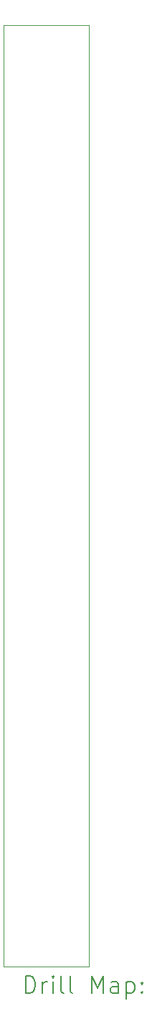
<source format=gbr>
%TF.GenerationSoftware,KiCad,Pcbnew,8.0.2-1*%
%TF.CreationDate,2024-06-17T10:06:54+02:00*%
%TF.ProjectId,passive-mult,70617373-6976-4652-9d6d-756c742e6b69,rev?*%
%TF.SameCoordinates,Original*%
%TF.FileFunction,Drillmap*%
%TF.FilePolarity,Positive*%
%FSLAX45Y45*%
G04 Gerber Fmt 4.5, Leading zero omitted, Abs format (unit mm)*
G04 Created by KiCad (PCBNEW 8.0.2-1) date 2024-06-17 10:06:54*
%MOMM*%
%LPD*%
G01*
G04 APERTURE LIST*
%ADD10C,0.100000*%
%ADD11C,0.200000*%
G04 APERTURE END LIST*
D10*
X5000000Y-5000000D02*
X6000000Y-5000000D01*
X6000000Y-16100000D01*
X5000000Y-16100000D01*
X5000000Y-5000000D01*
D11*
X5255777Y-16416484D02*
X5255777Y-16216484D01*
X5255777Y-16216484D02*
X5303396Y-16216484D01*
X5303396Y-16216484D02*
X5331967Y-16226008D01*
X5331967Y-16226008D02*
X5351015Y-16245055D01*
X5351015Y-16245055D02*
X5360539Y-16264103D01*
X5360539Y-16264103D02*
X5370063Y-16302198D01*
X5370063Y-16302198D02*
X5370063Y-16330769D01*
X5370063Y-16330769D02*
X5360539Y-16368865D01*
X5360539Y-16368865D02*
X5351015Y-16387912D01*
X5351015Y-16387912D02*
X5331967Y-16406960D01*
X5331967Y-16406960D02*
X5303396Y-16416484D01*
X5303396Y-16416484D02*
X5255777Y-16416484D01*
X5455777Y-16416484D02*
X5455777Y-16283150D01*
X5455777Y-16321246D02*
X5465301Y-16302198D01*
X5465301Y-16302198D02*
X5474824Y-16292674D01*
X5474824Y-16292674D02*
X5493872Y-16283150D01*
X5493872Y-16283150D02*
X5512920Y-16283150D01*
X5579586Y-16416484D02*
X5579586Y-16283150D01*
X5579586Y-16216484D02*
X5570063Y-16226008D01*
X5570063Y-16226008D02*
X5579586Y-16235531D01*
X5579586Y-16235531D02*
X5589110Y-16226008D01*
X5589110Y-16226008D02*
X5579586Y-16216484D01*
X5579586Y-16216484D02*
X5579586Y-16235531D01*
X5703396Y-16416484D02*
X5684348Y-16406960D01*
X5684348Y-16406960D02*
X5674824Y-16387912D01*
X5674824Y-16387912D02*
X5674824Y-16216484D01*
X5808158Y-16416484D02*
X5789110Y-16406960D01*
X5789110Y-16406960D02*
X5779586Y-16387912D01*
X5779586Y-16387912D02*
X5779586Y-16216484D01*
X6036729Y-16416484D02*
X6036729Y-16216484D01*
X6036729Y-16216484D02*
X6103396Y-16359341D01*
X6103396Y-16359341D02*
X6170062Y-16216484D01*
X6170062Y-16216484D02*
X6170062Y-16416484D01*
X6351015Y-16416484D02*
X6351015Y-16311722D01*
X6351015Y-16311722D02*
X6341491Y-16292674D01*
X6341491Y-16292674D02*
X6322443Y-16283150D01*
X6322443Y-16283150D02*
X6284348Y-16283150D01*
X6284348Y-16283150D02*
X6265301Y-16292674D01*
X6351015Y-16406960D02*
X6331967Y-16416484D01*
X6331967Y-16416484D02*
X6284348Y-16416484D01*
X6284348Y-16416484D02*
X6265301Y-16406960D01*
X6265301Y-16406960D02*
X6255777Y-16387912D01*
X6255777Y-16387912D02*
X6255777Y-16368865D01*
X6255777Y-16368865D02*
X6265301Y-16349817D01*
X6265301Y-16349817D02*
X6284348Y-16340293D01*
X6284348Y-16340293D02*
X6331967Y-16340293D01*
X6331967Y-16340293D02*
X6351015Y-16330769D01*
X6446253Y-16283150D02*
X6446253Y-16483150D01*
X6446253Y-16292674D02*
X6465301Y-16283150D01*
X6465301Y-16283150D02*
X6503396Y-16283150D01*
X6503396Y-16283150D02*
X6522443Y-16292674D01*
X6522443Y-16292674D02*
X6531967Y-16302198D01*
X6531967Y-16302198D02*
X6541491Y-16321246D01*
X6541491Y-16321246D02*
X6541491Y-16378388D01*
X6541491Y-16378388D02*
X6531967Y-16397436D01*
X6531967Y-16397436D02*
X6522443Y-16406960D01*
X6522443Y-16406960D02*
X6503396Y-16416484D01*
X6503396Y-16416484D02*
X6465301Y-16416484D01*
X6465301Y-16416484D02*
X6446253Y-16406960D01*
X6627205Y-16397436D02*
X6636729Y-16406960D01*
X6636729Y-16406960D02*
X6627205Y-16416484D01*
X6627205Y-16416484D02*
X6617682Y-16406960D01*
X6617682Y-16406960D02*
X6627205Y-16397436D01*
X6627205Y-16397436D02*
X6627205Y-16416484D01*
X6627205Y-16292674D02*
X6636729Y-16302198D01*
X6636729Y-16302198D02*
X6627205Y-16311722D01*
X6627205Y-16311722D02*
X6617682Y-16302198D01*
X6617682Y-16302198D02*
X6627205Y-16292674D01*
X6627205Y-16292674D02*
X6627205Y-16311722D01*
M02*

</source>
